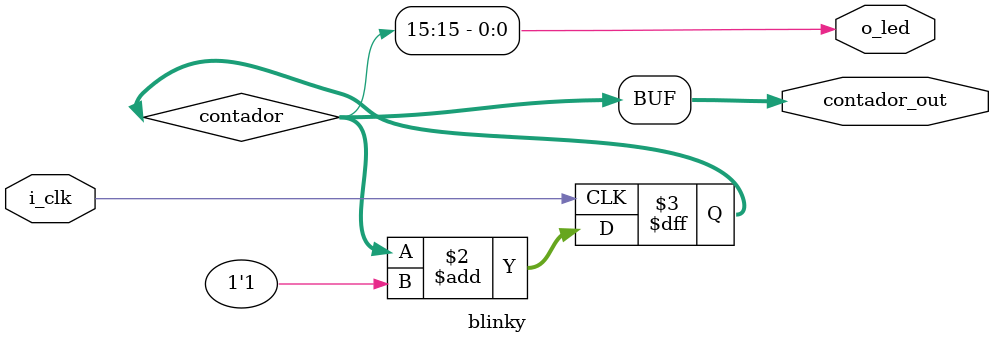
<source format=v>
module blinky(i_clk, o_led, contador_out);

	input wire i_clk;
	output wire o_led;
	output wire [15:0] contador_out; //este me lo saco yo de la manga
	reg [15:0] contador;

	always@(posedge i_clk)
		contador <= contador + 1'b1;
	assign o_led = contador[15];
	assign contador_out[15:0] = contador[15:0];
endmodule
</source>
